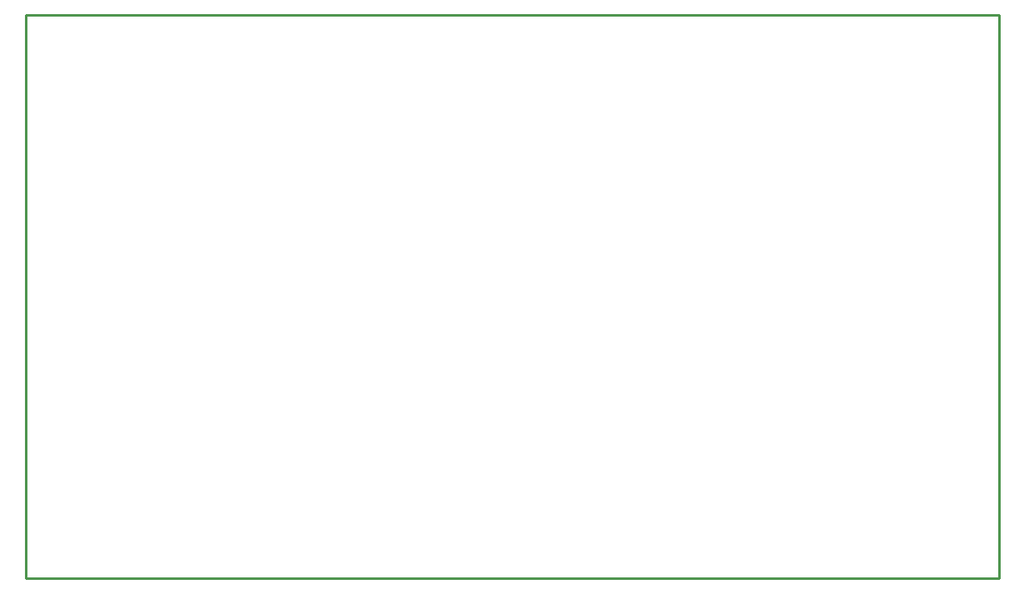
<source format=gm1>
%FSLAX23Y23*%
%MOIN*%
G70*
G01*
G75*
%ADD10C,0.015*%
%ADD11O,0.080X0.024*%
%ADD12R,0.120X0.060*%
%ADD13R,0.070X0.070*%
%ADD14R,0.087X0.050*%
%ADD15R,0.083X0.060*%
%ADD16C,0.020*%
%ADD17C,0.016*%
%ADD18C,0.070*%
%ADD19C,0.030*%
%ADD20C,0.040*%
%ADD21C,0.018*%
%ADD22C,0.050*%
%ADD23C,0.080*%
%ADD24C,0.010*%
%ADD25C,0.060*%
%ADD26R,0.060X0.060*%
%ADD27C,0.079*%
%ADD28C,0.079*%
%ADD29C,0.070*%
%ADD30C,0.059*%
%ADD31O,0.060X0.059*%
%ADD32C,0.100*%
%ADD33R,0.100X0.100*%
%ADD34C,0.062*%
%ADD35C,0.197*%
%ADD36R,0.060X0.083*%
%ADD37C,0.012*%
%ADD38C,0.025*%
%ADD39C,0.011*%
%ADD40O,0.088X0.032*%
%ADD41R,0.128X0.068*%
%ADD42R,0.078X0.078*%
%ADD43R,0.095X0.058*%
%ADD44R,0.090X0.068*%
%ADD45C,0.068*%
%ADD46R,0.068X0.068*%
%ADD47C,0.087*%
%ADD48C,0.087*%
%ADD49C,0.078*%
%ADD50C,0.067*%
%ADD51O,0.068X0.067*%
%ADD52C,0.108*%
%ADD53R,0.108X0.108*%
%ADD54C,0.205*%
%ADD55R,0.068X0.090*%
D24*
X8531Y6796D02*
Y9056D01*
Y6796D02*
X12371D01*
X8531Y9056D02*
X12371D01*
X8531D02*
X12431D01*
X8531D02*
X12371D01*
X8531Y6796D02*
X12431D01*
X8531D02*
Y9056D01*
X12431Y6796D02*
Y9056D01*
M02*

</source>
